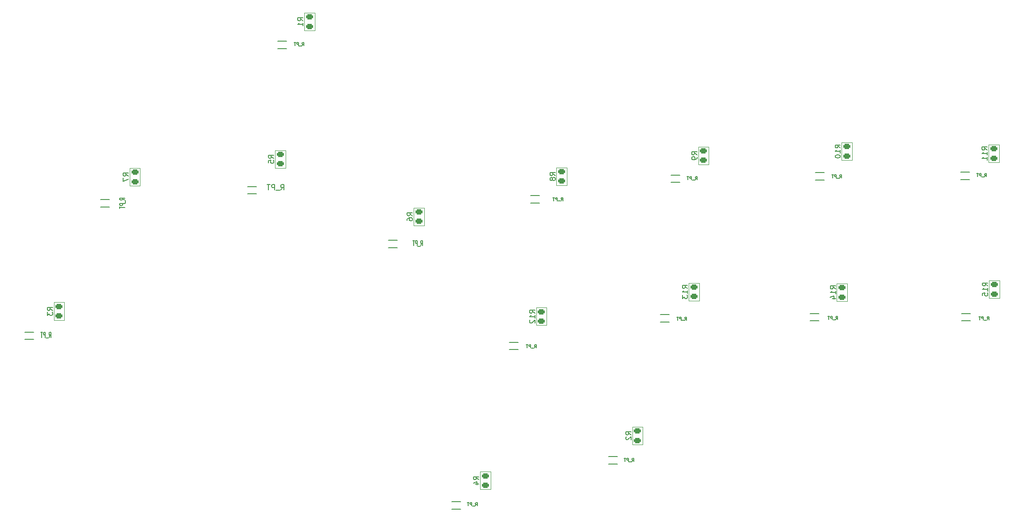
<source format=gbo>
%TF.GenerationSoftware,KiCad,Pcbnew,8.0.6*%
%TF.CreationDate,2024-11-06T13:13:06+00:00*%
%TF.ProjectId,keychron_hitbox,6b657963-6872-46f6-9e5f-686974626f78,rev?*%
%TF.SameCoordinates,Original*%
%TF.FileFunction,Legend,Bot*%
%TF.FilePolarity,Positive*%
%FSLAX46Y46*%
G04 Gerber Fmt 4.6, Leading zero omitted, Abs format (unit mm)*
G04 Created by KiCad (PCBNEW 8.0.6) date 2024-11-06 13:13:06*
%MOMM*%
%LPD*%
G01*
G04 APERTURE LIST*
G04 Aperture macros list*
%AMRoundRect*
0 Rectangle with rounded corners*
0 $1 Rounding radius*
0 $2 $3 $4 $5 $6 $7 $8 $9 X,Y pos of 4 corners*
0 Add a 4 corners polygon primitive as box body*
4,1,4,$2,$3,$4,$5,$6,$7,$8,$9,$2,$3,0*
0 Add four circle primitives for the rounded corners*
1,1,$1+$1,$2,$3*
1,1,$1+$1,$4,$5*
1,1,$1+$1,$6,$7*
1,1,$1+$1,$8,$9*
0 Add four rect primitives between the rounded corners*
20,1,$1+$1,$2,$3,$4,$5,0*
20,1,$1+$1,$4,$5,$6,$7,0*
20,1,$1+$1,$6,$7,$8,$9,0*
20,1,$1+$1,$8,$9,$2,$3,0*%
G04 Aperture macros list end*
%ADD10C,0.150000*%
%ADD11C,0.120000*%
%ADD12O,5.800000X1.500000*%
%ADD13C,3.500000*%
%ADD14O,1.600000X2.000000*%
%ADD15C,1.700000*%
%ADD16RoundRect,0.250000X-0.450000X0.262500X-0.450000X-0.262500X0.450000X-0.262500X0.450000X0.262500X0*%
%ADD17R,1.000000X1.000000*%
G04 APERTURE END LIST*
D10*
X240454819Y-66657142D02*
X239978628Y-66323809D01*
X240454819Y-66085714D02*
X239454819Y-66085714D01*
X239454819Y-66085714D02*
X239454819Y-66466666D01*
X239454819Y-66466666D02*
X239502438Y-66561904D01*
X239502438Y-66561904D02*
X239550057Y-66609523D01*
X239550057Y-66609523D02*
X239645295Y-66657142D01*
X239645295Y-66657142D02*
X239788152Y-66657142D01*
X239788152Y-66657142D02*
X239883390Y-66609523D01*
X239883390Y-66609523D02*
X239931009Y-66561904D01*
X239931009Y-66561904D02*
X239978628Y-66466666D01*
X239978628Y-66466666D02*
X239978628Y-66085714D01*
X240454819Y-67609523D02*
X240454819Y-67038095D01*
X240454819Y-67323809D02*
X239454819Y-67323809D01*
X239454819Y-67323809D02*
X239597676Y-67228571D01*
X239597676Y-67228571D02*
X239692914Y-67133333D01*
X239692914Y-67133333D02*
X239740533Y-67038095D01*
X240454819Y-68561904D02*
X240454819Y-67990476D01*
X240454819Y-68276190D02*
X239454819Y-68276190D01*
X239454819Y-68276190D02*
X239597676Y-68180952D01*
X239597676Y-68180952D02*
X239692914Y-68085714D01*
X239692914Y-68085714D02*
X239740533Y-67990476D01*
X105382381Y-74284819D02*
X105715714Y-73808628D01*
X105953809Y-74284819D02*
X105953809Y-73284819D01*
X105953809Y-73284819D02*
X105572857Y-73284819D01*
X105572857Y-73284819D02*
X105477619Y-73332438D01*
X105477619Y-73332438D02*
X105430000Y-73380057D01*
X105430000Y-73380057D02*
X105382381Y-73475295D01*
X105382381Y-73475295D02*
X105382381Y-73618152D01*
X105382381Y-73618152D02*
X105430000Y-73713390D01*
X105430000Y-73713390D02*
X105477619Y-73761009D01*
X105477619Y-73761009D02*
X105572857Y-73808628D01*
X105572857Y-73808628D02*
X105953809Y-73808628D01*
X105191905Y-74380057D02*
X104430000Y-74380057D01*
X104191904Y-74284819D02*
X104191904Y-73284819D01*
X104191904Y-73284819D02*
X103810952Y-73284819D01*
X103810952Y-73284819D02*
X103715714Y-73332438D01*
X103715714Y-73332438D02*
X103668095Y-73380057D01*
X103668095Y-73380057D02*
X103620476Y-73475295D01*
X103620476Y-73475295D02*
X103620476Y-73618152D01*
X103620476Y-73618152D02*
X103668095Y-73713390D01*
X103668095Y-73713390D02*
X103715714Y-73761009D01*
X103715714Y-73761009D02*
X103810952Y-73808628D01*
X103810952Y-73808628D02*
X104191904Y-73808628D01*
X103334761Y-73284819D02*
X102763333Y-73284819D01*
X103049047Y-74284819D02*
X103049047Y-73284819D01*
X158981428Y-76349771D02*
X159181428Y-76064057D01*
X159324285Y-76349771D02*
X159324285Y-75749771D01*
X159324285Y-75749771D02*
X159095714Y-75749771D01*
X159095714Y-75749771D02*
X159038571Y-75778342D01*
X159038571Y-75778342D02*
X159010000Y-75806914D01*
X159010000Y-75806914D02*
X158981428Y-75864057D01*
X158981428Y-75864057D02*
X158981428Y-75949771D01*
X158981428Y-75949771D02*
X159010000Y-76006914D01*
X159010000Y-76006914D02*
X159038571Y-76035485D01*
X159038571Y-76035485D02*
X159095714Y-76064057D01*
X159095714Y-76064057D02*
X159324285Y-76064057D01*
X158867143Y-76406914D02*
X158410000Y-76406914D01*
X158267142Y-76349771D02*
X158267142Y-75749771D01*
X158267142Y-75749771D02*
X158038571Y-75749771D01*
X158038571Y-75749771D02*
X157981428Y-75778342D01*
X157981428Y-75778342D02*
X157952857Y-75806914D01*
X157952857Y-75806914D02*
X157924285Y-75864057D01*
X157924285Y-75864057D02*
X157924285Y-75949771D01*
X157924285Y-75949771D02*
X157952857Y-76006914D01*
X157952857Y-76006914D02*
X157981428Y-76035485D01*
X157981428Y-76035485D02*
X158038571Y-76064057D01*
X158038571Y-76064057D02*
X158267142Y-76064057D01*
X157752857Y-75749771D02*
X157410000Y-75749771D01*
X157581428Y-76349771D02*
X157581428Y-75749771D01*
X142611428Y-134749771D02*
X142811428Y-134464057D01*
X142954285Y-134749771D02*
X142954285Y-134149771D01*
X142954285Y-134149771D02*
X142725714Y-134149771D01*
X142725714Y-134149771D02*
X142668571Y-134178342D01*
X142668571Y-134178342D02*
X142640000Y-134206914D01*
X142640000Y-134206914D02*
X142611428Y-134264057D01*
X142611428Y-134264057D02*
X142611428Y-134349771D01*
X142611428Y-134349771D02*
X142640000Y-134406914D01*
X142640000Y-134406914D02*
X142668571Y-134435485D01*
X142668571Y-134435485D02*
X142725714Y-134464057D01*
X142725714Y-134464057D02*
X142954285Y-134464057D01*
X142497143Y-134806914D02*
X142040000Y-134806914D01*
X141897142Y-134749771D02*
X141897142Y-134149771D01*
X141897142Y-134149771D02*
X141668571Y-134149771D01*
X141668571Y-134149771D02*
X141611428Y-134178342D01*
X141611428Y-134178342D02*
X141582857Y-134206914D01*
X141582857Y-134206914D02*
X141554285Y-134264057D01*
X141554285Y-134264057D02*
X141554285Y-134349771D01*
X141554285Y-134349771D02*
X141582857Y-134406914D01*
X141582857Y-134406914D02*
X141611428Y-134435485D01*
X141611428Y-134435485D02*
X141668571Y-134464057D01*
X141668571Y-134464057D02*
X141897142Y-134464057D01*
X141382857Y-134149771D02*
X141040000Y-134149771D01*
X141211428Y-134749771D02*
X141211428Y-134149771D01*
X157854819Y-71520833D02*
X157378628Y-71187500D01*
X157854819Y-70949405D02*
X156854819Y-70949405D01*
X156854819Y-70949405D02*
X156854819Y-71330357D01*
X156854819Y-71330357D02*
X156902438Y-71425595D01*
X156902438Y-71425595D02*
X156950057Y-71473214D01*
X156950057Y-71473214D02*
X157045295Y-71520833D01*
X157045295Y-71520833D02*
X157188152Y-71520833D01*
X157188152Y-71520833D02*
X157283390Y-71473214D01*
X157283390Y-71473214D02*
X157331009Y-71425595D01*
X157331009Y-71425595D02*
X157378628Y-71330357D01*
X157378628Y-71330357D02*
X157378628Y-70949405D01*
X157283390Y-72092262D02*
X157235771Y-71997024D01*
X157235771Y-71997024D02*
X157188152Y-71949405D01*
X157188152Y-71949405D02*
X157092914Y-71901786D01*
X157092914Y-71901786D02*
X157045295Y-71901786D01*
X157045295Y-71901786D02*
X156950057Y-71949405D01*
X156950057Y-71949405D02*
X156902438Y-71997024D01*
X156902438Y-71997024D02*
X156854819Y-72092262D01*
X156854819Y-72092262D02*
X156854819Y-72282738D01*
X156854819Y-72282738D02*
X156902438Y-72377976D01*
X156902438Y-72377976D02*
X156950057Y-72425595D01*
X156950057Y-72425595D02*
X157045295Y-72473214D01*
X157045295Y-72473214D02*
X157092914Y-72473214D01*
X157092914Y-72473214D02*
X157188152Y-72425595D01*
X157188152Y-72425595D02*
X157235771Y-72377976D01*
X157235771Y-72377976D02*
X157283390Y-72282738D01*
X157283390Y-72282738D02*
X157283390Y-72092262D01*
X157283390Y-72092262D02*
X157331009Y-71997024D01*
X157331009Y-71997024D02*
X157378628Y-71949405D01*
X157378628Y-71949405D02*
X157473866Y-71901786D01*
X157473866Y-71901786D02*
X157664342Y-71901786D01*
X157664342Y-71901786D02*
X157759580Y-71949405D01*
X157759580Y-71949405D02*
X157807200Y-71997024D01*
X157807200Y-71997024D02*
X157854819Y-72092262D01*
X157854819Y-72092262D02*
X157854819Y-72282738D01*
X157854819Y-72282738D02*
X157807200Y-72377976D01*
X157807200Y-72377976D02*
X157759580Y-72425595D01*
X157759580Y-72425595D02*
X157664342Y-72473214D01*
X157664342Y-72473214D02*
X157473866Y-72473214D01*
X157473866Y-72473214D02*
X157378628Y-72425595D01*
X157378628Y-72425595D02*
X157331009Y-72377976D01*
X157331009Y-72377976D02*
X157283390Y-72282738D01*
X211454819Y-93244642D02*
X210978628Y-92911309D01*
X211454819Y-92673214D02*
X210454819Y-92673214D01*
X210454819Y-92673214D02*
X210454819Y-93054166D01*
X210454819Y-93054166D02*
X210502438Y-93149404D01*
X210502438Y-93149404D02*
X210550057Y-93197023D01*
X210550057Y-93197023D02*
X210645295Y-93244642D01*
X210645295Y-93244642D02*
X210788152Y-93244642D01*
X210788152Y-93244642D02*
X210883390Y-93197023D01*
X210883390Y-93197023D02*
X210931009Y-93149404D01*
X210931009Y-93149404D02*
X210978628Y-93054166D01*
X210978628Y-93054166D02*
X210978628Y-92673214D01*
X211454819Y-94197023D02*
X211454819Y-93625595D01*
X211454819Y-93911309D02*
X210454819Y-93911309D01*
X210454819Y-93911309D02*
X210597676Y-93816071D01*
X210597676Y-93816071D02*
X210692914Y-93720833D01*
X210692914Y-93720833D02*
X210740533Y-93625595D01*
X210788152Y-95054166D02*
X211454819Y-95054166D01*
X210407200Y-94816071D02*
X211121485Y-94577976D01*
X211121485Y-94577976D02*
X211121485Y-95197023D01*
X130567319Y-79233333D02*
X130091128Y-78900000D01*
X130567319Y-78661905D02*
X129567319Y-78661905D01*
X129567319Y-78661905D02*
X129567319Y-79042857D01*
X129567319Y-79042857D02*
X129614938Y-79138095D01*
X129614938Y-79138095D02*
X129662557Y-79185714D01*
X129662557Y-79185714D02*
X129757795Y-79233333D01*
X129757795Y-79233333D02*
X129900652Y-79233333D01*
X129900652Y-79233333D02*
X129995890Y-79185714D01*
X129995890Y-79185714D02*
X130043509Y-79138095D01*
X130043509Y-79138095D02*
X130091128Y-79042857D01*
X130091128Y-79042857D02*
X130091128Y-78661905D01*
X129567319Y-80090476D02*
X129567319Y-79900000D01*
X129567319Y-79900000D02*
X129614938Y-79804762D01*
X129614938Y-79804762D02*
X129662557Y-79757143D01*
X129662557Y-79757143D02*
X129805414Y-79661905D01*
X129805414Y-79661905D02*
X129995890Y-79614286D01*
X129995890Y-79614286D02*
X130376842Y-79614286D01*
X130376842Y-79614286D02*
X130472080Y-79661905D01*
X130472080Y-79661905D02*
X130519700Y-79709524D01*
X130519700Y-79709524D02*
X130567319Y-79804762D01*
X130567319Y-79804762D02*
X130567319Y-79995238D01*
X130567319Y-79995238D02*
X130519700Y-80090476D01*
X130519700Y-80090476D02*
X130472080Y-80138095D01*
X130472080Y-80138095D02*
X130376842Y-80185714D01*
X130376842Y-80185714D02*
X130138747Y-80185714D01*
X130138747Y-80185714D02*
X130043509Y-80138095D01*
X130043509Y-80138095D02*
X129995890Y-80090476D01*
X129995890Y-80090476D02*
X129948271Y-79995238D01*
X129948271Y-79995238D02*
X129948271Y-79804762D01*
X129948271Y-79804762D02*
X129995890Y-79709524D01*
X129995890Y-79709524D02*
X130043509Y-79661905D01*
X130043509Y-79661905D02*
X130138747Y-79614286D01*
X153891428Y-104519771D02*
X154091428Y-104234057D01*
X154234285Y-104519771D02*
X154234285Y-103919771D01*
X154234285Y-103919771D02*
X154005714Y-103919771D01*
X154005714Y-103919771D02*
X153948571Y-103948342D01*
X153948571Y-103948342D02*
X153920000Y-103976914D01*
X153920000Y-103976914D02*
X153891428Y-104034057D01*
X153891428Y-104034057D02*
X153891428Y-104119771D01*
X153891428Y-104119771D02*
X153920000Y-104176914D01*
X153920000Y-104176914D02*
X153948571Y-104205485D01*
X153948571Y-104205485D02*
X154005714Y-104234057D01*
X154005714Y-104234057D02*
X154234285Y-104234057D01*
X153777143Y-104576914D02*
X153320000Y-104576914D01*
X153177142Y-104519771D02*
X153177142Y-103919771D01*
X153177142Y-103919771D02*
X152948571Y-103919771D01*
X152948571Y-103919771D02*
X152891428Y-103948342D01*
X152891428Y-103948342D02*
X152862857Y-103976914D01*
X152862857Y-103976914D02*
X152834285Y-104034057D01*
X152834285Y-104034057D02*
X152834285Y-104119771D01*
X152834285Y-104119771D02*
X152862857Y-104176914D01*
X152862857Y-104176914D02*
X152891428Y-104205485D01*
X152891428Y-104205485D02*
X152948571Y-104234057D01*
X152948571Y-104234057D02*
X153177142Y-104234057D01*
X152662857Y-103919771D02*
X152320000Y-103919771D01*
X152491428Y-104519771D02*
X152491428Y-103919771D01*
X76267319Y-71633333D02*
X75791128Y-71300000D01*
X76267319Y-71061905D02*
X75267319Y-71061905D01*
X75267319Y-71061905D02*
X75267319Y-71442857D01*
X75267319Y-71442857D02*
X75314938Y-71538095D01*
X75314938Y-71538095D02*
X75362557Y-71585714D01*
X75362557Y-71585714D02*
X75457795Y-71633333D01*
X75457795Y-71633333D02*
X75600652Y-71633333D01*
X75600652Y-71633333D02*
X75695890Y-71585714D01*
X75695890Y-71585714D02*
X75743509Y-71538095D01*
X75743509Y-71538095D02*
X75791128Y-71442857D01*
X75791128Y-71442857D02*
X75791128Y-71061905D01*
X75267319Y-71966667D02*
X75267319Y-72633333D01*
X75267319Y-72633333D02*
X76267319Y-72204762D01*
X182631428Y-99219771D02*
X182831428Y-98934057D01*
X182974285Y-99219771D02*
X182974285Y-98619771D01*
X182974285Y-98619771D02*
X182745714Y-98619771D01*
X182745714Y-98619771D02*
X182688571Y-98648342D01*
X182688571Y-98648342D02*
X182660000Y-98676914D01*
X182660000Y-98676914D02*
X182631428Y-98734057D01*
X182631428Y-98734057D02*
X182631428Y-98819771D01*
X182631428Y-98819771D02*
X182660000Y-98876914D01*
X182660000Y-98876914D02*
X182688571Y-98905485D01*
X182688571Y-98905485D02*
X182745714Y-98934057D01*
X182745714Y-98934057D02*
X182974285Y-98934057D01*
X182517143Y-99276914D02*
X182060000Y-99276914D01*
X181917142Y-99219771D02*
X181917142Y-98619771D01*
X181917142Y-98619771D02*
X181688571Y-98619771D01*
X181688571Y-98619771D02*
X181631428Y-98648342D01*
X181631428Y-98648342D02*
X181602857Y-98676914D01*
X181602857Y-98676914D02*
X181574285Y-98734057D01*
X181574285Y-98734057D02*
X181574285Y-98819771D01*
X181574285Y-98819771D02*
X181602857Y-98876914D01*
X181602857Y-98876914D02*
X181631428Y-98905485D01*
X181631428Y-98905485D02*
X181688571Y-98934057D01*
X181688571Y-98934057D02*
X181917142Y-98934057D01*
X181402857Y-98619771D02*
X181060000Y-98619771D01*
X181231428Y-99219771D02*
X181231428Y-98619771D01*
X143254819Y-129745833D02*
X142778628Y-129412500D01*
X143254819Y-129174405D02*
X142254819Y-129174405D01*
X142254819Y-129174405D02*
X142254819Y-129555357D01*
X142254819Y-129555357D02*
X142302438Y-129650595D01*
X142302438Y-129650595D02*
X142350057Y-129698214D01*
X142350057Y-129698214D02*
X142445295Y-129745833D01*
X142445295Y-129745833D02*
X142588152Y-129745833D01*
X142588152Y-129745833D02*
X142683390Y-129698214D01*
X142683390Y-129698214D02*
X142731009Y-129650595D01*
X142731009Y-129650595D02*
X142778628Y-129555357D01*
X142778628Y-129555357D02*
X142778628Y-129174405D01*
X142588152Y-130602976D02*
X143254819Y-130602976D01*
X142207200Y-130364881D02*
X142921485Y-130126786D01*
X142921485Y-130126786D02*
X142921485Y-130745833D01*
X212261428Y-71969771D02*
X212461428Y-71684057D01*
X212604285Y-71969771D02*
X212604285Y-71369771D01*
X212604285Y-71369771D02*
X212375714Y-71369771D01*
X212375714Y-71369771D02*
X212318571Y-71398342D01*
X212318571Y-71398342D02*
X212290000Y-71426914D01*
X212290000Y-71426914D02*
X212261428Y-71484057D01*
X212261428Y-71484057D02*
X212261428Y-71569771D01*
X212261428Y-71569771D02*
X212290000Y-71626914D01*
X212290000Y-71626914D02*
X212318571Y-71655485D01*
X212318571Y-71655485D02*
X212375714Y-71684057D01*
X212375714Y-71684057D02*
X212604285Y-71684057D01*
X212147143Y-72026914D02*
X211690000Y-72026914D01*
X211547142Y-71969771D02*
X211547142Y-71369771D01*
X211547142Y-71369771D02*
X211318571Y-71369771D01*
X211318571Y-71369771D02*
X211261428Y-71398342D01*
X211261428Y-71398342D02*
X211232857Y-71426914D01*
X211232857Y-71426914D02*
X211204285Y-71484057D01*
X211204285Y-71484057D02*
X211204285Y-71569771D01*
X211204285Y-71569771D02*
X211232857Y-71626914D01*
X211232857Y-71626914D02*
X211261428Y-71655485D01*
X211261428Y-71655485D02*
X211318571Y-71684057D01*
X211318571Y-71684057D02*
X211547142Y-71684057D01*
X211032857Y-71369771D02*
X210690000Y-71369771D01*
X210861428Y-71969771D02*
X210861428Y-71369771D01*
X211521428Y-99069771D02*
X211721428Y-98784057D01*
X211864285Y-99069771D02*
X211864285Y-98469771D01*
X211864285Y-98469771D02*
X211635714Y-98469771D01*
X211635714Y-98469771D02*
X211578571Y-98498342D01*
X211578571Y-98498342D02*
X211550000Y-98526914D01*
X211550000Y-98526914D02*
X211521428Y-98584057D01*
X211521428Y-98584057D02*
X211521428Y-98669771D01*
X211521428Y-98669771D02*
X211550000Y-98726914D01*
X211550000Y-98726914D02*
X211578571Y-98755485D01*
X211578571Y-98755485D02*
X211635714Y-98784057D01*
X211635714Y-98784057D02*
X211864285Y-98784057D01*
X211407143Y-99126914D02*
X210950000Y-99126914D01*
X210807142Y-99069771D02*
X210807142Y-98469771D01*
X210807142Y-98469771D02*
X210578571Y-98469771D01*
X210578571Y-98469771D02*
X210521428Y-98498342D01*
X210521428Y-98498342D02*
X210492857Y-98526914D01*
X210492857Y-98526914D02*
X210464285Y-98584057D01*
X210464285Y-98584057D02*
X210464285Y-98669771D01*
X210464285Y-98669771D02*
X210492857Y-98726914D01*
X210492857Y-98726914D02*
X210521428Y-98755485D01*
X210521428Y-98755485D02*
X210578571Y-98784057D01*
X210578571Y-98784057D02*
X210807142Y-98784057D01*
X210292857Y-98469771D02*
X209950000Y-98469771D01*
X210121428Y-99069771D02*
X210121428Y-98469771D01*
X109471428Y-46669771D02*
X109671428Y-46384057D01*
X109814285Y-46669771D02*
X109814285Y-46069771D01*
X109814285Y-46069771D02*
X109585714Y-46069771D01*
X109585714Y-46069771D02*
X109528571Y-46098342D01*
X109528571Y-46098342D02*
X109500000Y-46126914D01*
X109500000Y-46126914D02*
X109471428Y-46184057D01*
X109471428Y-46184057D02*
X109471428Y-46269771D01*
X109471428Y-46269771D02*
X109500000Y-46326914D01*
X109500000Y-46326914D02*
X109528571Y-46355485D01*
X109528571Y-46355485D02*
X109585714Y-46384057D01*
X109585714Y-46384057D02*
X109814285Y-46384057D01*
X109357143Y-46726914D02*
X108900000Y-46726914D01*
X108757142Y-46669771D02*
X108757142Y-46069771D01*
X108757142Y-46069771D02*
X108528571Y-46069771D01*
X108528571Y-46069771D02*
X108471428Y-46098342D01*
X108471428Y-46098342D02*
X108442857Y-46126914D01*
X108442857Y-46126914D02*
X108414285Y-46184057D01*
X108414285Y-46184057D02*
X108414285Y-46269771D01*
X108414285Y-46269771D02*
X108442857Y-46326914D01*
X108442857Y-46326914D02*
X108471428Y-46355485D01*
X108471428Y-46355485D02*
X108528571Y-46384057D01*
X108528571Y-46384057D02*
X108757142Y-46384057D01*
X108242857Y-46069771D02*
X107900000Y-46069771D01*
X108071428Y-46669771D02*
X108071428Y-46069771D01*
X184954819Y-67545833D02*
X184478628Y-67212500D01*
X184954819Y-66974405D02*
X183954819Y-66974405D01*
X183954819Y-66974405D02*
X183954819Y-67355357D01*
X183954819Y-67355357D02*
X184002438Y-67450595D01*
X184002438Y-67450595D02*
X184050057Y-67498214D01*
X184050057Y-67498214D02*
X184145295Y-67545833D01*
X184145295Y-67545833D02*
X184288152Y-67545833D01*
X184288152Y-67545833D02*
X184383390Y-67498214D01*
X184383390Y-67498214D02*
X184431009Y-67450595D01*
X184431009Y-67450595D02*
X184478628Y-67355357D01*
X184478628Y-67355357D02*
X184478628Y-66974405D01*
X184954819Y-68022024D02*
X184954819Y-68212500D01*
X184954819Y-68212500D02*
X184907200Y-68307738D01*
X184907200Y-68307738D02*
X184859580Y-68355357D01*
X184859580Y-68355357D02*
X184716723Y-68450595D01*
X184716723Y-68450595D02*
X184526247Y-68498214D01*
X184526247Y-68498214D02*
X184145295Y-68498214D01*
X184145295Y-68498214D02*
X184050057Y-68450595D01*
X184050057Y-68450595D02*
X184002438Y-68402976D01*
X184002438Y-68402976D02*
X183954819Y-68307738D01*
X183954819Y-68307738D02*
X183954819Y-68117262D01*
X183954819Y-68117262D02*
X184002438Y-68022024D01*
X184002438Y-68022024D02*
X184050057Y-67974405D01*
X184050057Y-67974405D02*
X184145295Y-67926786D01*
X184145295Y-67926786D02*
X184383390Y-67926786D01*
X184383390Y-67926786D02*
X184478628Y-67974405D01*
X184478628Y-67974405D02*
X184526247Y-68022024D01*
X184526247Y-68022024D02*
X184573866Y-68117262D01*
X184573866Y-68117262D02*
X184573866Y-68307738D01*
X184573866Y-68307738D02*
X184526247Y-68402976D01*
X184526247Y-68402976D02*
X184478628Y-68450595D01*
X184478628Y-68450595D02*
X184383390Y-68498214D01*
X240411428Y-99139771D02*
X240611428Y-98854057D01*
X240754285Y-99139771D02*
X240754285Y-98539771D01*
X240754285Y-98539771D02*
X240525714Y-98539771D01*
X240525714Y-98539771D02*
X240468571Y-98568342D01*
X240468571Y-98568342D02*
X240440000Y-98596914D01*
X240440000Y-98596914D02*
X240411428Y-98654057D01*
X240411428Y-98654057D02*
X240411428Y-98739771D01*
X240411428Y-98739771D02*
X240440000Y-98796914D01*
X240440000Y-98796914D02*
X240468571Y-98825485D01*
X240468571Y-98825485D02*
X240525714Y-98854057D01*
X240525714Y-98854057D02*
X240754285Y-98854057D01*
X240297143Y-99196914D02*
X239840000Y-99196914D01*
X239697142Y-99139771D02*
X239697142Y-98539771D01*
X239697142Y-98539771D02*
X239468571Y-98539771D01*
X239468571Y-98539771D02*
X239411428Y-98568342D01*
X239411428Y-98568342D02*
X239382857Y-98596914D01*
X239382857Y-98596914D02*
X239354285Y-98654057D01*
X239354285Y-98654057D02*
X239354285Y-98739771D01*
X239354285Y-98739771D02*
X239382857Y-98796914D01*
X239382857Y-98796914D02*
X239411428Y-98825485D01*
X239411428Y-98825485D02*
X239468571Y-98854057D01*
X239468571Y-98854057D02*
X239697142Y-98854057D01*
X239182857Y-98539771D02*
X238840000Y-98539771D01*
X239011428Y-99139771D02*
X239011428Y-98539771D01*
X172551428Y-126239771D02*
X172751428Y-125954057D01*
X172894285Y-126239771D02*
X172894285Y-125639771D01*
X172894285Y-125639771D02*
X172665714Y-125639771D01*
X172665714Y-125639771D02*
X172608571Y-125668342D01*
X172608571Y-125668342D02*
X172580000Y-125696914D01*
X172580000Y-125696914D02*
X172551428Y-125754057D01*
X172551428Y-125754057D02*
X172551428Y-125839771D01*
X172551428Y-125839771D02*
X172580000Y-125896914D01*
X172580000Y-125896914D02*
X172608571Y-125925485D01*
X172608571Y-125925485D02*
X172665714Y-125954057D01*
X172665714Y-125954057D02*
X172894285Y-125954057D01*
X172437143Y-126296914D02*
X171980000Y-126296914D01*
X171837142Y-126239771D02*
X171837142Y-125639771D01*
X171837142Y-125639771D02*
X171608571Y-125639771D01*
X171608571Y-125639771D02*
X171551428Y-125668342D01*
X171551428Y-125668342D02*
X171522857Y-125696914D01*
X171522857Y-125696914D02*
X171494285Y-125754057D01*
X171494285Y-125754057D02*
X171494285Y-125839771D01*
X171494285Y-125839771D02*
X171522857Y-125896914D01*
X171522857Y-125896914D02*
X171551428Y-125925485D01*
X171551428Y-125925485D02*
X171608571Y-125954057D01*
X171608571Y-125954057D02*
X171837142Y-125954057D01*
X171322857Y-125639771D02*
X170980000Y-125639771D01*
X171151428Y-126239771D02*
X171151428Y-125639771D01*
X109654819Y-41920833D02*
X109178628Y-41587500D01*
X109654819Y-41349405D02*
X108654819Y-41349405D01*
X108654819Y-41349405D02*
X108654819Y-41730357D01*
X108654819Y-41730357D02*
X108702438Y-41825595D01*
X108702438Y-41825595D02*
X108750057Y-41873214D01*
X108750057Y-41873214D02*
X108845295Y-41920833D01*
X108845295Y-41920833D02*
X108988152Y-41920833D01*
X108988152Y-41920833D02*
X109083390Y-41873214D01*
X109083390Y-41873214D02*
X109131009Y-41825595D01*
X109131009Y-41825595D02*
X109178628Y-41730357D01*
X109178628Y-41730357D02*
X109178628Y-41349405D01*
X109654819Y-42873214D02*
X109654819Y-42301786D01*
X109654819Y-42587500D02*
X108654819Y-42587500D01*
X108654819Y-42587500D02*
X108797676Y-42492262D01*
X108797676Y-42492262D02*
X108892914Y-42397024D01*
X108892914Y-42397024D02*
X108940533Y-42301786D01*
X212367319Y-66244642D02*
X211891128Y-65911309D01*
X212367319Y-65673214D02*
X211367319Y-65673214D01*
X211367319Y-65673214D02*
X211367319Y-66054166D01*
X211367319Y-66054166D02*
X211414938Y-66149404D01*
X211414938Y-66149404D02*
X211462557Y-66197023D01*
X211462557Y-66197023D02*
X211557795Y-66244642D01*
X211557795Y-66244642D02*
X211700652Y-66244642D01*
X211700652Y-66244642D02*
X211795890Y-66197023D01*
X211795890Y-66197023D02*
X211843509Y-66149404D01*
X211843509Y-66149404D02*
X211891128Y-66054166D01*
X211891128Y-66054166D02*
X211891128Y-65673214D01*
X212367319Y-67197023D02*
X212367319Y-66625595D01*
X212367319Y-66911309D02*
X211367319Y-66911309D01*
X211367319Y-66911309D02*
X211510176Y-66816071D01*
X211510176Y-66816071D02*
X211605414Y-66720833D01*
X211605414Y-66720833D02*
X211653033Y-66625595D01*
X211367319Y-67816071D02*
X211367319Y-67911309D01*
X211367319Y-67911309D02*
X211414938Y-68006547D01*
X211414938Y-68006547D02*
X211462557Y-68054166D01*
X211462557Y-68054166D02*
X211557795Y-68101785D01*
X211557795Y-68101785D02*
X211748271Y-68149404D01*
X211748271Y-68149404D02*
X211986366Y-68149404D01*
X211986366Y-68149404D02*
X212176842Y-68101785D01*
X212176842Y-68101785D02*
X212272080Y-68054166D01*
X212272080Y-68054166D02*
X212319700Y-68006547D01*
X212319700Y-68006547D02*
X212367319Y-67911309D01*
X212367319Y-67911309D02*
X212367319Y-67816071D01*
X212367319Y-67816071D02*
X212319700Y-67720833D01*
X212319700Y-67720833D02*
X212272080Y-67673214D01*
X212272080Y-67673214D02*
X212176842Y-67625595D01*
X212176842Y-67625595D02*
X211986366Y-67577976D01*
X211986366Y-67577976D02*
X211748271Y-67577976D01*
X211748271Y-67577976D02*
X211557795Y-67625595D01*
X211557795Y-67625595D02*
X211462557Y-67673214D01*
X211462557Y-67673214D02*
X211414938Y-67720833D01*
X211414938Y-67720833D02*
X211367319Y-67816071D01*
X240554819Y-92657142D02*
X240078628Y-92323809D01*
X240554819Y-92085714D02*
X239554819Y-92085714D01*
X239554819Y-92085714D02*
X239554819Y-92466666D01*
X239554819Y-92466666D02*
X239602438Y-92561904D01*
X239602438Y-92561904D02*
X239650057Y-92609523D01*
X239650057Y-92609523D02*
X239745295Y-92657142D01*
X239745295Y-92657142D02*
X239888152Y-92657142D01*
X239888152Y-92657142D02*
X239983390Y-92609523D01*
X239983390Y-92609523D02*
X240031009Y-92561904D01*
X240031009Y-92561904D02*
X240078628Y-92466666D01*
X240078628Y-92466666D02*
X240078628Y-92085714D01*
X240554819Y-93609523D02*
X240554819Y-93038095D01*
X240554819Y-93323809D02*
X239554819Y-93323809D01*
X239554819Y-93323809D02*
X239697676Y-93228571D01*
X239697676Y-93228571D02*
X239792914Y-93133333D01*
X239792914Y-93133333D02*
X239840533Y-93038095D01*
X239554819Y-94514285D02*
X239554819Y-94038095D01*
X239554819Y-94038095D02*
X240031009Y-93990476D01*
X240031009Y-93990476D02*
X239983390Y-94038095D01*
X239983390Y-94038095D02*
X239935771Y-94133333D01*
X239935771Y-94133333D02*
X239935771Y-94371428D01*
X239935771Y-94371428D02*
X239983390Y-94466666D01*
X239983390Y-94466666D02*
X240031009Y-94514285D01*
X240031009Y-94514285D02*
X240126247Y-94561904D01*
X240126247Y-94561904D02*
X240364342Y-94561904D01*
X240364342Y-94561904D02*
X240459580Y-94514285D01*
X240459580Y-94514285D02*
X240507200Y-94466666D01*
X240507200Y-94466666D02*
X240554819Y-94371428D01*
X240554819Y-94371428D02*
X240554819Y-94133333D01*
X240554819Y-94133333D02*
X240507200Y-94038095D01*
X240507200Y-94038095D02*
X240459580Y-93990476D01*
X184641428Y-72349771D02*
X184841428Y-72064057D01*
X184984285Y-72349771D02*
X184984285Y-71749771D01*
X184984285Y-71749771D02*
X184755714Y-71749771D01*
X184755714Y-71749771D02*
X184698571Y-71778342D01*
X184698571Y-71778342D02*
X184670000Y-71806914D01*
X184670000Y-71806914D02*
X184641428Y-71864057D01*
X184641428Y-71864057D02*
X184641428Y-71949771D01*
X184641428Y-71949771D02*
X184670000Y-72006914D01*
X184670000Y-72006914D02*
X184698571Y-72035485D01*
X184698571Y-72035485D02*
X184755714Y-72064057D01*
X184755714Y-72064057D02*
X184984285Y-72064057D01*
X184527143Y-72406914D02*
X184070000Y-72406914D01*
X183927142Y-72349771D02*
X183927142Y-71749771D01*
X183927142Y-71749771D02*
X183698571Y-71749771D01*
X183698571Y-71749771D02*
X183641428Y-71778342D01*
X183641428Y-71778342D02*
X183612857Y-71806914D01*
X183612857Y-71806914D02*
X183584285Y-71864057D01*
X183584285Y-71864057D02*
X183584285Y-71949771D01*
X183584285Y-71949771D02*
X183612857Y-72006914D01*
X183612857Y-72006914D02*
X183641428Y-72035485D01*
X183641428Y-72035485D02*
X183698571Y-72064057D01*
X183698571Y-72064057D02*
X183927142Y-72064057D01*
X183412857Y-71749771D02*
X183070000Y-71749771D01*
X183241428Y-72349771D02*
X183241428Y-71749771D01*
X172354819Y-121145833D02*
X171878628Y-120812500D01*
X172354819Y-120574405D02*
X171354819Y-120574405D01*
X171354819Y-120574405D02*
X171354819Y-120955357D01*
X171354819Y-120955357D02*
X171402438Y-121050595D01*
X171402438Y-121050595D02*
X171450057Y-121098214D01*
X171450057Y-121098214D02*
X171545295Y-121145833D01*
X171545295Y-121145833D02*
X171688152Y-121145833D01*
X171688152Y-121145833D02*
X171783390Y-121098214D01*
X171783390Y-121098214D02*
X171831009Y-121050595D01*
X171831009Y-121050595D02*
X171878628Y-120955357D01*
X171878628Y-120955357D02*
X171878628Y-120574405D01*
X171450057Y-121526786D02*
X171402438Y-121574405D01*
X171402438Y-121574405D02*
X171354819Y-121669643D01*
X171354819Y-121669643D02*
X171354819Y-121907738D01*
X171354819Y-121907738D02*
X171402438Y-122002976D01*
X171402438Y-122002976D02*
X171450057Y-122050595D01*
X171450057Y-122050595D02*
X171545295Y-122098214D01*
X171545295Y-122098214D02*
X171640533Y-122098214D01*
X171640533Y-122098214D02*
X171783390Y-122050595D01*
X171783390Y-122050595D02*
X172354819Y-121479167D01*
X172354819Y-121479167D02*
X172354819Y-122098214D01*
X132161428Y-84964819D02*
X132361428Y-84488628D01*
X132504285Y-84964819D02*
X132504285Y-83964819D01*
X132504285Y-83964819D02*
X132275714Y-83964819D01*
X132275714Y-83964819D02*
X132218571Y-84012438D01*
X132218571Y-84012438D02*
X132190000Y-84060057D01*
X132190000Y-84060057D02*
X132161428Y-84155295D01*
X132161428Y-84155295D02*
X132161428Y-84298152D01*
X132161428Y-84298152D02*
X132190000Y-84393390D01*
X132190000Y-84393390D02*
X132218571Y-84441009D01*
X132218571Y-84441009D02*
X132275714Y-84488628D01*
X132275714Y-84488628D02*
X132504285Y-84488628D01*
X132047143Y-85060057D02*
X131590000Y-85060057D01*
X131447142Y-84964819D02*
X131447142Y-83964819D01*
X131447142Y-83964819D02*
X131218571Y-83964819D01*
X131218571Y-83964819D02*
X131161428Y-84012438D01*
X131161428Y-84012438D02*
X131132857Y-84060057D01*
X131132857Y-84060057D02*
X131104285Y-84155295D01*
X131104285Y-84155295D02*
X131104285Y-84298152D01*
X131104285Y-84298152D02*
X131132857Y-84393390D01*
X131132857Y-84393390D02*
X131161428Y-84441009D01*
X131161428Y-84441009D02*
X131218571Y-84488628D01*
X131218571Y-84488628D02*
X131447142Y-84488628D01*
X130932857Y-83964819D02*
X130590000Y-83964819D01*
X130761428Y-84964819D02*
X130761428Y-83964819D01*
X61101428Y-102534819D02*
X61301428Y-102058628D01*
X61444285Y-102534819D02*
X61444285Y-101534819D01*
X61444285Y-101534819D02*
X61215714Y-101534819D01*
X61215714Y-101534819D02*
X61158571Y-101582438D01*
X61158571Y-101582438D02*
X61130000Y-101630057D01*
X61130000Y-101630057D02*
X61101428Y-101725295D01*
X61101428Y-101725295D02*
X61101428Y-101868152D01*
X61101428Y-101868152D02*
X61130000Y-101963390D01*
X61130000Y-101963390D02*
X61158571Y-102011009D01*
X61158571Y-102011009D02*
X61215714Y-102058628D01*
X61215714Y-102058628D02*
X61444285Y-102058628D01*
X60987143Y-102630057D02*
X60530000Y-102630057D01*
X60387142Y-102534819D02*
X60387142Y-101534819D01*
X60387142Y-101534819D02*
X60158571Y-101534819D01*
X60158571Y-101534819D02*
X60101428Y-101582438D01*
X60101428Y-101582438D02*
X60072857Y-101630057D01*
X60072857Y-101630057D02*
X60044285Y-101725295D01*
X60044285Y-101725295D02*
X60044285Y-101868152D01*
X60044285Y-101868152D02*
X60072857Y-101963390D01*
X60072857Y-101963390D02*
X60101428Y-102011009D01*
X60101428Y-102011009D02*
X60158571Y-102058628D01*
X60158571Y-102058628D02*
X60387142Y-102058628D01*
X59872857Y-101534819D02*
X59530000Y-101534819D01*
X59701428Y-102534819D02*
X59701428Y-101534819D01*
X153967319Y-97857142D02*
X153491128Y-97523809D01*
X153967319Y-97285714D02*
X152967319Y-97285714D01*
X152967319Y-97285714D02*
X152967319Y-97666666D01*
X152967319Y-97666666D02*
X153014938Y-97761904D01*
X153014938Y-97761904D02*
X153062557Y-97809523D01*
X153062557Y-97809523D02*
X153157795Y-97857142D01*
X153157795Y-97857142D02*
X153300652Y-97857142D01*
X153300652Y-97857142D02*
X153395890Y-97809523D01*
X153395890Y-97809523D02*
X153443509Y-97761904D01*
X153443509Y-97761904D02*
X153491128Y-97666666D01*
X153491128Y-97666666D02*
X153491128Y-97285714D01*
X153967319Y-98809523D02*
X153967319Y-98238095D01*
X153967319Y-98523809D02*
X152967319Y-98523809D01*
X152967319Y-98523809D02*
X153110176Y-98428571D01*
X153110176Y-98428571D02*
X153205414Y-98333333D01*
X153205414Y-98333333D02*
X153253033Y-98238095D01*
X153062557Y-99190476D02*
X153014938Y-99238095D01*
X153014938Y-99238095D02*
X152967319Y-99333333D01*
X152967319Y-99333333D02*
X152967319Y-99571428D01*
X152967319Y-99571428D02*
X153014938Y-99666666D01*
X153014938Y-99666666D02*
X153062557Y-99714285D01*
X153062557Y-99714285D02*
X153157795Y-99761904D01*
X153157795Y-99761904D02*
X153253033Y-99761904D01*
X153253033Y-99761904D02*
X153395890Y-99714285D01*
X153395890Y-99714285D02*
X153967319Y-99142857D01*
X153967319Y-99142857D02*
X153967319Y-99761904D01*
X183154819Y-93144642D02*
X182678628Y-92811309D01*
X183154819Y-92573214D02*
X182154819Y-92573214D01*
X182154819Y-92573214D02*
X182154819Y-92954166D01*
X182154819Y-92954166D02*
X182202438Y-93049404D01*
X182202438Y-93049404D02*
X182250057Y-93097023D01*
X182250057Y-93097023D02*
X182345295Y-93144642D01*
X182345295Y-93144642D02*
X182488152Y-93144642D01*
X182488152Y-93144642D02*
X182583390Y-93097023D01*
X182583390Y-93097023D02*
X182631009Y-93049404D01*
X182631009Y-93049404D02*
X182678628Y-92954166D01*
X182678628Y-92954166D02*
X182678628Y-92573214D01*
X183154819Y-94097023D02*
X183154819Y-93525595D01*
X183154819Y-93811309D02*
X182154819Y-93811309D01*
X182154819Y-93811309D02*
X182297676Y-93716071D01*
X182297676Y-93716071D02*
X182392914Y-93620833D01*
X182392914Y-93620833D02*
X182440533Y-93525595D01*
X182154819Y-94430357D02*
X182154819Y-95049404D01*
X182154819Y-95049404D02*
X182535771Y-94716071D01*
X182535771Y-94716071D02*
X182535771Y-94858928D01*
X182535771Y-94858928D02*
X182583390Y-94954166D01*
X182583390Y-94954166D02*
X182631009Y-95001785D01*
X182631009Y-95001785D02*
X182726247Y-95049404D01*
X182726247Y-95049404D02*
X182964342Y-95049404D01*
X182964342Y-95049404D02*
X183059580Y-95001785D01*
X183059580Y-95001785D02*
X183107200Y-94954166D01*
X183107200Y-94954166D02*
X183154819Y-94858928D01*
X183154819Y-94858928D02*
X183154819Y-94573214D01*
X183154819Y-94573214D02*
X183107200Y-94477976D01*
X183107200Y-94477976D02*
X183059580Y-94430357D01*
X104054819Y-68220833D02*
X103578628Y-67887500D01*
X104054819Y-67649405D02*
X103054819Y-67649405D01*
X103054819Y-67649405D02*
X103054819Y-68030357D01*
X103054819Y-68030357D02*
X103102438Y-68125595D01*
X103102438Y-68125595D02*
X103150057Y-68173214D01*
X103150057Y-68173214D02*
X103245295Y-68220833D01*
X103245295Y-68220833D02*
X103388152Y-68220833D01*
X103388152Y-68220833D02*
X103483390Y-68173214D01*
X103483390Y-68173214D02*
X103531009Y-68125595D01*
X103531009Y-68125595D02*
X103578628Y-68030357D01*
X103578628Y-68030357D02*
X103578628Y-67649405D01*
X103054819Y-69125595D02*
X103054819Y-68649405D01*
X103054819Y-68649405D02*
X103531009Y-68601786D01*
X103531009Y-68601786D02*
X103483390Y-68649405D01*
X103483390Y-68649405D02*
X103435771Y-68744643D01*
X103435771Y-68744643D02*
X103435771Y-68982738D01*
X103435771Y-68982738D02*
X103483390Y-69077976D01*
X103483390Y-69077976D02*
X103531009Y-69125595D01*
X103531009Y-69125595D02*
X103626247Y-69173214D01*
X103626247Y-69173214D02*
X103864342Y-69173214D01*
X103864342Y-69173214D02*
X103959580Y-69125595D01*
X103959580Y-69125595D02*
X104007200Y-69077976D01*
X104007200Y-69077976D02*
X104054819Y-68982738D01*
X104054819Y-68982738D02*
X104054819Y-68744643D01*
X104054819Y-68744643D02*
X104007200Y-68649405D01*
X104007200Y-68649405D02*
X103959580Y-68601786D01*
X75614819Y-76208571D02*
X75138628Y-76008571D01*
X75614819Y-75865714D02*
X74614819Y-75865714D01*
X74614819Y-75865714D02*
X74614819Y-76094285D01*
X74614819Y-76094285D02*
X74662438Y-76151428D01*
X74662438Y-76151428D02*
X74710057Y-76179999D01*
X74710057Y-76179999D02*
X74805295Y-76208571D01*
X74805295Y-76208571D02*
X74948152Y-76208571D01*
X74948152Y-76208571D02*
X75043390Y-76179999D01*
X75043390Y-76179999D02*
X75091009Y-76151428D01*
X75091009Y-76151428D02*
X75138628Y-76094285D01*
X75138628Y-76094285D02*
X75138628Y-75865714D01*
X75710057Y-76322857D02*
X75710057Y-76779999D01*
X75614819Y-76922857D02*
X74614819Y-76922857D01*
X74614819Y-76922857D02*
X74614819Y-77151428D01*
X74614819Y-77151428D02*
X74662438Y-77208571D01*
X74662438Y-77208571D02*
X74710057Y-77237142D01*
X74710057Y-77237142D02*
X74805295Y-77265714D01*
X74805295Y-77265714D02*
X74948152Y-77265714D01*
X74948152Y-77265714D02*
X75043390Y-77237142D01*
X75043390Y-77237142D02*
X75091009Y-77208571D01*
X75091009Y-77208571D02*
X75138628Y-77151428D01*
X75138628Y-77151428D02*
X75138628Y-76922857D01*
X74614819Y-77437142D02*
X74614819Y-77780000D01*
X75614819Y-77608571D02*
X74614819Y-77608571D01*
X239961428Y-71749771D02*
X240161428Y-71464057D01*
X240304285Y-71749771D02*
X240304285Y-71149771D01*
X240304285Y-71149771D02*
X240075714Y-71149771D01*
X240075714Y-71149771D02*
X240018571Y-71178342D01*
X240018571Y-71178342D02*
X239990000Y-71206914D01*
X239990000Y-71206914D02*
X239961428Y-71264057D01*
X239961428Y-71264057D02*
X239961428Y-71349771D01*
X239961428Y-71349771D02*
X239990000Y-71406914D01*
X239990000Y-71406914D02*
X240018571Y-71435485D01*
X240018571Y-71435485D02*
X240075714Y-71464057D01*
X240075714Y-71464057D02*
X240304285Y-71464057D01*
X239847143Y-71806914D02*
X239390000Y-71806914D01*
X239247142Y-71749771D02*
X239247142Y-71149771D01*
X239247142Y-71149771D02*
X239018571Y-71149771D01*
X239018571Y-71149771D02*
X238961428Y-71178342D01*
X238961428Y-71178342D02*
X238932857Y-71206914D01*
X238932857Y-71206914D02*
X238904285Y-71264057D01*
X238904285Y-71264057D02*
X238904285Y-71349771D01*
X238904285Y-71349771D02*
X238932857Y-71406914D01*
X238932857Y-71406914D02*
X238961428Y-71435485D01*
X238961428Y-71435485D02*
X239018571Y-71464057D01*
X239018571Y-71464057D02*
X239247142Y-71464057D01*
X238732857Y-71149771D02*
X238390000Y-71149771D01*
X238561428Y-71749771D02*
X238561428Y-71149771D01*
X61767319Y-97333333D02*
X61291128Y-97000000D01*
X61767319Y-96761905D02*
X60767319Y-96761905D01*
X60767319Y-96761905D02*
X60767319Y-97142857D01*
X60767319Y-97142857D02*
X60814938Y-97238095D01*
X60814938Y-97238095D02*
X60862557Y-97285714D01*
X60862557Y-97285714D02*
X60957795Y-97333333D01*
X60957795Y-97333333D02*
X61100652Y-97333333D01*
X61100652Y-97333333D02*
X61195890Y-97285714D01*
X61195890Y-97285714D02*
X61243509Y-97238095D01*
X61243509Y-97238095D02*
X61291128Y-97142857D01*
X61291128Y-97142857D02*
X61291128Y-96761905D01*
X60767319Y-97666667D02*
X60767319Y-98285714D01*
X60767319Y-98285714D02*
X61148271Y-97952381D01*
X61148271Y-97952381D02*
X61148271Y-98095238D01*
X61148271Y-98095238D02*
X61195890Y-98190476D01*
X61195890Y-98190476D02*
X61243509Y-98238095D01*
X61243509Y-98238095D02*
X61338747Y-98285714D01*
X61338747Y-98285714D02*
X61576842Y-98285714D01*
X61576842Y-98285714D02*
X61672080Y-98238095D01*
X61672080Y-98238095D02*
X61719700Y-98190476D01*
X61719700Y-98190476D02*
X61767319Y-98095238D01*
X61767319Y-98095238D02*
X61767319Y-97809524D01*
X61767319Y-97809524D02*
X61719700Y-97714286D01*
X61719700Y-97714286D02*
X61672080Y-97666667D01*
D11*
X240700000Y-65600000D02*
X240700000Y-69000000D01*
X240700000Y-69000000D02*
X242700000Y-69000000D01*
X242700000Y-65600000D02*
X240700000Y-65600000D01*
X242700000Y-69000000D02*
X242700000Y-65600000D01*
D10*
X99060000Y-73650000D02*
X100760000Y-73650000D01*
X100760000Y-75050000D02*
X99060000Y-75050000D01*
X153130000Y-75380000D02*
X154830000Y-75380000D01*
X154830000Y-76780000D02*
X153130000Y-76780000D01*
X138090000Y-133990000D02*
X139790000Y-133990000D01*
X139790000Y-135390000D02*
X138090000Y-135390000D01*
D11*
X158100000Y-69987500D02*
X158100000Y-73387500D01*
X158100000Y-73387500D02*
X160100000Y-73387500D01*
X160100000Y-69987500D02*
X158100000Y-69987500D01*
X160100000Y-73387500D02*
X160100000Y-69987500D01*
X211700000Y-92187500D02*
X211700000Y-95587500D01*
X211700000Y-95587500D02*
X213700000Y-95587500D01*
X213700000Y-92187500D02*
X211700000Y-92187500D01*
X213700000Y-95587500D02*
X213700000Y-92187500D01*
X130812500Y-77700000D02*
X130812500Y-81100000D01*
X130812500Y-81100000D02*
X132812500Y-81100000D01*
X132812500Y-77700000D02*
X130812500Y-77700000D01*
X132812500Y-81100000D02*
X132812500Y-77700000D01*
D10*
X149060000Y-103440000D02*
X150760000Y-103440000D01*
X150760000Y-104840000D02*
X149060000Y-104840000D01*
D11*
X76512500Y-70100000D02*
X76512500Y-73500000D01*
X76512500Y-73500000D02*
X78512500Y-73500000D01*
X78512500Y-70100000D02*
X76512500Y-70100000D01*
X78512500Y-73500000D02*
X78512500Y-70100000D01*
D10*
X177970000Y-98140000D02*
X179670000Y-98140000D01*
X179670000Y-99540000D02*
X177970000Y-99540000D01*
D11*
X143500000Y-128212500D02*
X143500000Y-131612500D01*
X143500000Y-131612500D02*
X145500000Y-131612500D01*
X145500000Y-128212500D02*
X143500000Y-128212500D01*
X145500000Y-131612500D02*
X145500000Y-128212500D01*
D10*
X207560000Y-70970000D02*
X209260000Y-70970000D01*
X209260000Y-72370000D02*
X207560000Y-72370000D01*
X206550000Y-97960000D02*
X208250000Y-97960000D01*
X208250000Y-99360000D02*
X206550000Y-99360000D01*
X104830000Y-45850000D02*
X106530000Y-45850000D01*
X106530000Y-47250000D02*
X104830000Y-47250000D01*
D11*
X185200000Y-66012500D02*
X185200000Y-69412500D01*
X185200000Y-69412500D02*
X187200000Y-69412500D01*
X187200000Y-66012500D02*
X185200000Y-66012500D01*
X187200000Y-69412500D02*
X187200000Y-66012500D01*
D10*
X235520000Y-97940000D02*
X237220000Y-97940000D01*
X237220000Y-99340000D02*
X235520000Y-99340000D01*
X168060000Y-125330000D02*
X169760000Y-125330000D01*
X169760000Y-126730000D02*
X168060000Y-126730000D01*
D11*
X109900000Y-40387500D02*
X109900000Y-43787500D01*
X109900000Y-43787500D02*
X111900000Y-43787500D01*
X111900000Y-40387500D02*
X109900000Y-40387500D01*
X111900000Y-43787500D02*
X111900000Y-40387500D01*
X212612500Y-65187500D02*
X212612500Y-68587500D01*
X212612500Y-68587500D02*
X214612500Y-68587500D01*
X214612500Y-65187500D02*
X212612500Y-65187500D01*
X214612500Y-68587500D02*
X214612500Y-65187500D01*
X240800000Y-91600000D02*
X240800000Y-95000000D01*
X240800000Y-95000000D02*
X242800000Y-95000000D01*
X242800000Y-91600000D02*
X240800000Y-91600000D01*
X242800000Y-95000000D02*
X242800000Y-91600000D01*
D10*
X179960000Y-71430000D02*
X181660000Y-71430000D01*
X181660000Y-72830000D02*
X179960000Y-72830000D01*
D11*
X172600000Y-119612500D02*
X172600000Y-123012500D01*
X172600000Y-123012500D02*
X174600000Y-123012500D01*
X174600000Y-119612500D02*
X172600000Y-119612500D01*
X174600000Y-123012500D02*
X174600000Y-119612500D01*
D10*
X125950000Y-83920000D02*
X127650000Y-83920000D01*
X127650000Y-85320000D02*
X125950000Y-85320000D01*
X56460000Y-101500000D02*
X58160000Y-101500000D01*
X58160000Y-102900000D02*
X56460000Y-102900000D01*
D11*
X154212500Y-96800000D02*
X154212500Y-100200000D01*
X154212500Y-100200000D02*
X156212500Y-100200000D01*
X156212500Y-96800000D02*
X154212500Y-96800000D01*
X156212500Y-100200000D02*
X156212500Y-96800000D01*
X183400000Y-92087500D02*
X183400000Y-95487500D01*
X183400000Y-95487500D02*
X185400000Y-95487500D01*
X185400000Y-92087500D02*
X183400000Y-92087500D01*
X185400000Y-95487500D02*
X185400000Y-92087500D01*
X104300000Y-66687500D02*
X104300000Y-70087500D01*
X104300000Y-70087500D02*
X106300000Y-70087500D01*
X106300000Y-66687500D02*
X104300000Y-66687500D01*
X106300000Y-70087500D02*
X106300000Y-66687500D01*
D10*
X70930000Y-76130000D02*
X72630000Y-76130000D01*
X72630000Y-77530000D02*
X70930000Y-77530000D01*
X235360000Y-70870000D02*
X237060000Y-70870000D01*
X237060000Y-72270000D02*
X235360000Y-72270000D01*
D11*
X62012500Y-95800000D02*
X62012500Y-99200000D01*
X62012500Y-99200000D02*
X64012500Y-99200000D01*
X64012500Y-95800000D02*
X62012500Y-95800000D01*
X64012500Y-99200000D02*
X64012500Y-95800000D01*
%LPC*%
D12*
X169500000Y-115400000D03*
D13*
X169500000Y-122200000D03*
D12*
X169500000Y-129000000D03*
D13*
X237500000Y-32500000D03*
X52500000Y-142500000D03*
D12*
X181400000Y-61450000D03*
D13*
X181400000Y-68250000D03*
D12*
X181400000Y-75050000D03*
X237000000Y-88000000D03*
D13*
X237000000Y-94800000D03*
D12*
X237000000Y-101600000D03*
D14*
X191880000Y-28550000D03*
X194420000Y-28550000D03*
X196960000Y-28550000D03*
X199500000Y-28550000D03*
D12*
X208000000Y-88000000D03*
D13*
X208000000Y-94800000D03*
D12*
X208000000Y-101600000D03*
X209000000Y-61000000D03*
D13*
X209000000Y-67800000D03*
D12*
X209000000Y-74600000D03*
X150500000Y-93500000D03*
D13*
X150500000Y-100300000D03*
D12*
X150500000Y-107100000D03*
D15*
X143290000Y-28535000D03*
X143290000Y-31075000D03*
X143290000Y-33615000D03*
X143290000Y-36155000D03*
X143290000Y-38695000D03*
X143290000Y-41235000D03*
X143290000Y-43775000D03*
X143290000Y-46315000D03*
X143290000Y-48855000D03*
X128050000Y-28535000D03*
X128050000Y-31075000D03*
X128050000Y-33615000D03*
X128050000Y-36155000D03*
X128050000Y-38695000D03*
X128050000Y-41235000D03*
X128050000Y-43775000D03*
X128050000Y-46315000D03*
X128050000Y-48855000D03*
X140750000Y-48855000D03*
X138210000Y-48855000D03*
X135670000Y-48855000D03*
X133130000Y-48855000D03*
X130590000Y-48855000D03*
D12*
X236800000Y-60950000D03*
D13*
X236800000Y-67750000D03*
D12*
X236800000Y-74550000D03*
X106100000Y-35650000D03*
D13*
X106100000Y-42450000D03*
D12*
X106100000Y-49250000D03*
X154500000Y-65400000D03*
D13*
X154500000Y-72200000D03*
D12*
X154500000Y-79000000D03*
D13*
X237500000Y-142500000D03*
D12*
X72400000Y-65450000D03*
D13*
X72400000Y-72250000D03*
D12*
X72400000Y-79050000D03*
X127400000Y-73950000D03*
D13*
X127400000Y-80750000D03*
D12*
X127400000Y-87550000D03*
X139500000Y-124000000D03*
D13*
X139500000Y-130800000D03*
D12*
X139500000Y-137600000D03*
X179400000Y-88250000D03*
D13*
X179400000Y-95050000D03*
D12*
X179400000Y-101850000D03*
D13*
X157500000Y-142500000D03*
X52500000Y-32500000D03*
D12*
X100400000Y-62950000D03*
D13*
X100400000Y-69750000D03*
D12*
X100400000Y-76550000D03*
X58000000Y-91500000D03*
D13*
X58000000Y-98300000D03*
D12*
X58000000Y-105100000D03*
D16*
X241700000Y-66387500D03*
X241700000Y-68212500D03*
D17*
X100760000Y-74350000D03*
X99060000Y-74350000D03*
X154830000Y-76080000D03*
X153130000Y-76080000D03*
X139790000Y-134690000D03*
X138090000Y-134690000D03*
D16*
X159100000Y-70775000D03*
X159100000Y-72600000D03*
X212700000Y-92975000D03*
X212700000Y-94800000D03*
X131812500Y-78487500D03*
X131812500Y-80312500D03*
D17*
X150760000Y-104140000D03*
X149060000Y-104140000D03*
D16*
X77512500Y-70887500D03*
X77512500Y-72712500D03*
D17*
X179670000Y-98840000D03*
X177970000Y-98840000D03*
D16*
X144500000Y-129000000D03*
X144500000Y-130825000D03*
D17*
X209260000Y-71670000D03*
X207560000Y-71670000D03*
X208250000Y-98660000D03*
X206550000Y-98660000D03*
X106530000Y-46550000D03*
X104830000Y-46550000D03*
D16*
X186200000Y-66800000D03*
X186200000Y-68625000D03*
D17*
X237220000Y-98640000D03*
X235520000Y-98640000D03*
X169760000Y-126030000D03*
X168060000Y-126030000D03*
D16*
X110900000Y-41175000D03*
X110900000Y-43000000D03*
X213612500Y-65975000D03*
X213612500Y-67800000D03*
X241800000Y-92387500D03*
X241800000Y-94212500D03*
D17*
X181660000Y-72130000D03*
X179960000Y-72130000D03*
D16*
X173600000Y-120400000D03*
X173600000Y-122225000D03*
D17*
X127650000Y-84620000D03*
X125950000Y-84620000D03*
X58160000Y-102200000D03*
X56460000Y-102200000D03*
D16*
X155212500Y-97587500D03*
X155212500Y-99412500D03*
X184400000Y-92875000D03*
X184400000Y-94700000D03*
X105300000Y-67475000D03*
X105300000Y-69300000D03*
D17*
X72630000Y-76830000D03*
X70930000Y-76830000D03*
X237060000Y-71570000D03*
X235360000Y-71570000D03*
D16*
X63012500Y-96587500D03*
X63012500Y-98412500D03*
%LPD*%
M02*

</source>
